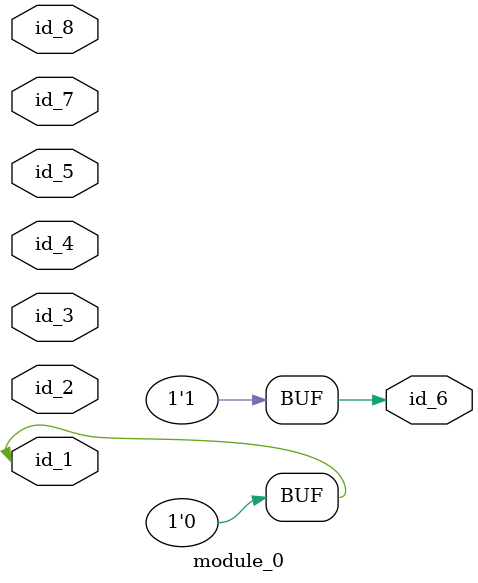
<source format=v>
`timescale 1ps / 1ps
module module_0 (
    id_1,
    id_2,
    id_3,
    id_4,
    id_5,
    id_6,
    id_7,
    id_8
);
  inout id_8;
  inout id_7;
  output id_6;
  input id_5;
  input id_4;
  input id_3;
  inout id_2;
  inout id_1;
  assign id_6 = 1;
  assign id_1 = 1 !== 1;
endmodule

</source>
